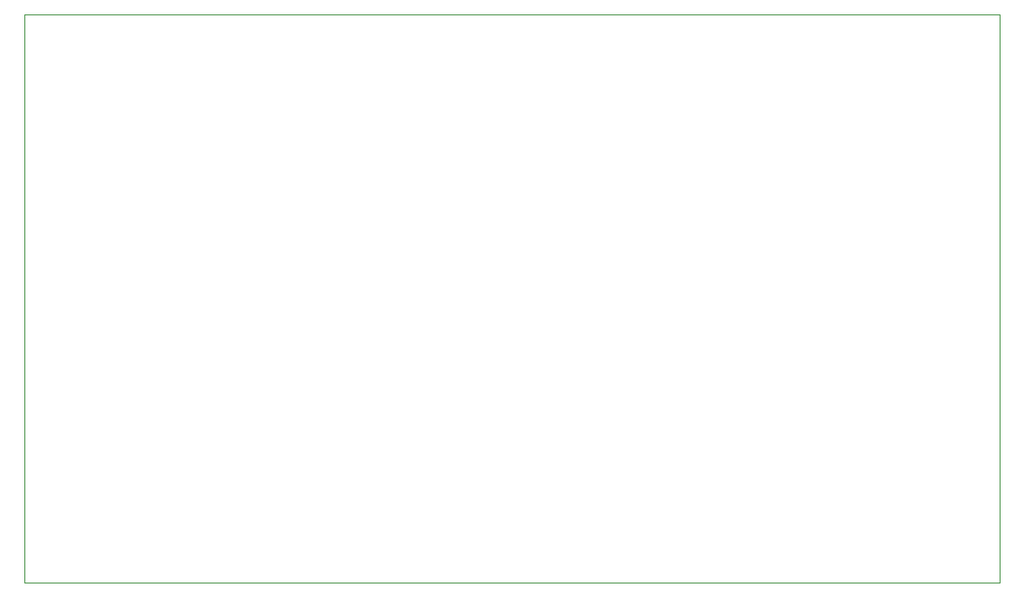
<source format=gbr>
%TF.GenerationSoftware,KiCad,Pcbnew,8.0.4*%
%TF.CreationDate,2024-09-20T16:26:43-06:00*%
%TF.ProjectId,Subsystem SPI Breakout v3,53756273-7973-4746-956d-205350492042,rev?*%
%TF.SameCoordinates,Original*%
%TF.FileFunction,Profile,NP*%
%FSLAX46Y46*%
G04 Gerber Fmt 4.6, Leading zero omitted, Abs format (unit mm)*
G04 Created by KiCad (PCBNEW 8.0.4) date 2024-09-20 16:26:43*
%MOMM*%
%LPD*%
G01*
G04 APERTURE LIST*
%TA.AperFunction,Profile*%
%ADD10C,0.050000*%
%TD*%
G04 APERTURE END LIST*
D10*
X106680000Y-68580000D02*
X198120000Y-68580000D01*
X198120000Y-121920000D01*
X106680000Y-121920000D01*
X106680000Y-68580000D01*
M02*

</source>
